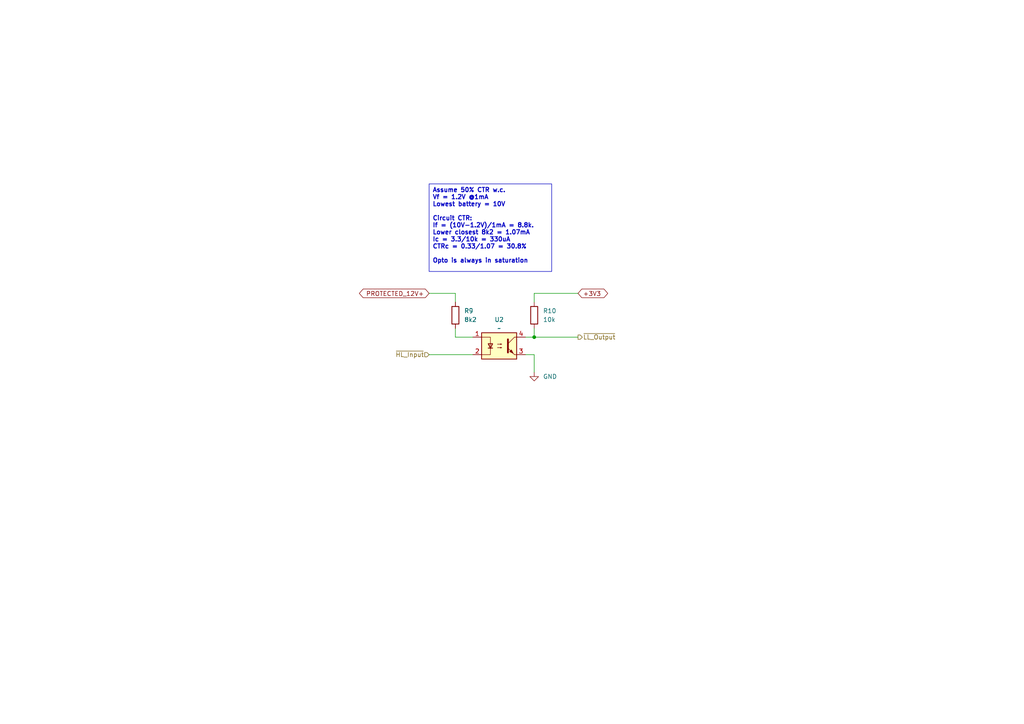
<source format=kicad_sch>
(kicad_sch (version 20250114) (generator "eeschema") (generator_version "9.0")
  (paper "A4")
  (title_block (title "VXDash RemoteECU") (date "2025-08-08") (rev "Proto A") (company "Alex Miller & Martin Roger") (comment 1 "https://github.com/martinroger/VXDash") (comment 2 "https://cadlab.io/projects/vxdash"))
  (lib_symbols
    (symbol "Isolator:SFH617A-2X009T"
      (property "Reference" "U" (at -3.81 5.08 0))
      (property "Value" "SFH617A-2X009T" (at 0 -5.08 0))
      (symbol "SFH617A-2X009T_1_1"
        (rectangle (start -5.08 3.81) (end 5.08 -3.81) (stroke (width 0.254)) (fill (type background)))
        (polyline (pts (xy -5.08 2.54) (xy -2.54 2.54) (xy -2.54 -0.762)))
        (polyline (pts (xy -3.175 -0.635) (xy -1.905 -0.635)) (stroke (width 0.254)))
        (polyline (pts (xy -2.54 -0.635) (xy -2.54 -2.54) (xy -5.08 -2.54)))
        (polyline (pts (xy -2.54 -0.635) (xy -3.175 0.635) (xy -1.905 0.635) (xy -2.54 -0.635)) (stroke (width 0.254)))
        (polyline (pts (xy -0.508 0.508) (xy 0.762 0.508) (xy 0.381 0.381) (xy 0.381 0.635) (xy 0.762 0.508)))
        (polyline (pts (xy -0.508 -0.508) (xy 0.762 -0.508) (xy 0.381 -0.635) (xy 0.381 -0.381) (xy 0.762 -0.508)))
        (polyline (pts (xy 2.54 1.905) (xy 2.54 -1.905) (xy 2.54 -1.905)) (stroke (width 0.508)))
        (polyline (pts (xy 2.54 0.635) (xy 4.445 2.54)))
        (polyline (pts (xy 3.048 -1.651) (xy 3.556 -1.143) (xy 4.064 -2.159) (xy 3.048 -1.651) (xy 3.048 -1.651)) (fill (type outline)))
        (polyline (pts (xy 4.445 2.54) (xy 5.08 2.54)))
        (polyline (pts (xy 4.445 -2.54) (xy 2.54 -0.635)) (fill (type outline)))
        (polyline (pts (xy 4.445 -2.54) (xy 5.08 -2.54)))
        (pin passive line (at -7.62 2.54 0) (length 2.54) (name "~") (number "1"))
        (pin passive line (at -7.62 -2.54 0) (length 2.54) (name "~") (number "2"))
        (pin passive line (at 7.62 2.54 180) (length 2.54) (name "~") (number "4"))
        (pin passive line (at 7.62 -2.54 180) (length 2.54) (name "~") (number "3"))
      )
    )
    (symbol "VXDash_passives:Res" (pin_numbers (hide yes)) (pin_names (offset 0))
      (property "Reference" "R" (at 1.27 1.27 0))
      (property "Value" "Res" (at 1.27 -1.27 0))
      (symbol "Res_0_1"
        (rectangle (start -1.016 -2.54) (end 1.016 2.54) (stroke (width 0.254)))
      )
      (symbol "Res_1_1"
        (pin passive line (at 0 3.81 270) (length 1.27) (name "~") (number "1"))
        (pin passive line (at 0 -3.81 90) (length 1.27) (name "~") (number "2"))
      )
    )
    (symbol "power:GND" (power) (pin_numbers (hide yes)) (pin_names (offset 0) (hide yes))
      (property "Value" "GND" (at 0 -3.81 0))
      (symbol "GND_0_1"
        (polyline (pts (xy 0 0) (xy 0 -1.27) (xy 1.27 -1.27) (xy 0 -2.54) (xy -1.27 -1.27) (xy 0 -1.27)))
      )
      (symbol "GND_1_1"
        (pin power_in line (at 0 0 270) (length 0) (name "~") (number "1"))
      )
    )
  )
  (text_box "Assume 50% CTR w.c.\nVf = 1.2V @1mA\nLowest battery = 10V\n\nCircuit CTR:\nIf = (10V-1.2V)/1mA = 8.8k. \nLower closest 8k2 = 1.07mA\nIc = 3.3/10k = 330uA\nCTRc = 0.33/1.07 = 30.8%\n\nOpto is always in saturation\n" (at 124.46 53.34 0) (size 35.56 25.4) (margins 0.9525 0.9525 0.9525 0.9525) (effects (font (size 1.27 1.27) (bold yes)) (justify left top)))
  (junction (at 154.94 97.79))
  (wire (pts (xy 132.08 97.79) (xy 137.16 97.79)))
  (wire (pts (xy 154.94 85.09) (xy 154.94 87.63)))
  (wire (pts (xy 154.94 107.95) (xy 154.94 102.87)))
  (wire (pts (xy 154.94 102.87) (xy 152.4 102.87)))
  (wire (pts (xy 132.08 85.09) (xy 132.08 87.63)))
  (wire (pts (xy 154.94 97.79) (xy 167.64 97.79)))
  (wire (pts (xy 152.4 97.79) (xy 154.94 97.79)))
  (wire (pts (xy 124.46 85.09) (xy 132.08 85.09)))
  (wire (pts (xy 154.94 97.79) (xy 154.94 95.25)))
  (wire (pts (xy 132.08 95.25) (xy 132.08 97.79)))
  (wire (pts (xy 124.46 102.87) (xy 137.16 102.87)))
  (wire (pts (xy 154.94 85.09) (xy 167.64 85.09)))
  (global_label "+3V3" (shape bidirectional) (at 167.64 85.09 0) (property "Intersheetrefs" "${INTERSHEET_REFS}" (effects (hide yes))))
  (global_label "PROTECTED_12V+" (shape bidirectional) (at 124.46 85.09 180) (property "Intersheetrefs" "${INTERSHEET_REFS}" (effects (hide yes))))
  (hierarchical_label "~{HL_Input}" (shape input) (at 124.46 102.87 180))
  (hierarchical_label "~{LL_Output}" (shape output) (at 167.64 97.79 0))
  (symbol (lib_id "VXDash_passives:Res") (at 154.94 91.44 0) (unit 1)
    (property "Reference" "R10" (at 157.48 90.1699 0) (effects (justify left)))
    (property "Value" "10k" (at 157.48 92.7099 0) (effects (justify left)))
    (property "Footprint" "Resistor_SMD:R_0805_2012Metric_Pad1.20x1.40mm_HandSolder" (effects (hide yes)))
    (property "Tol" "1%" (effects (hide yes)))
    (property "Power" "100mW" (effects (hide yes)))
  )
  (symbol (lib_id "VXDash_passives:Res") (at 132.08 91.44 0) (unit 1)
    (property "Reference" "R9" (at 134.62 90.1699 0) (effects (justify left)))
    (property "Value" "8k2" (at 134.62 92.7099 0) (effects (justify left)))
    (property "Footprint" "Resistor_SMD:R_0805_2012Metric_Pad1.20x1.40mm_HandSolder" (effects (hide yes)))
    (property "Tol" "1%" (effects (hide yes)))
    (property "Power" "100mW" (effects (hide yes)))
  )
  (symbol (lib_id "power:GND") (at 154.94 107.95 0) (unit 1)
    (property "Reference" "#PWR014" (effects (hide yes)))
    (property "Value" "GND" (at 157.48 109.2199 0) (effects (justify left)))
    (property "Description" "Power symbol creates a global label with name \"GND\" , ground" (effects (hide yes)))
  )
  (symbol (lib_id "Isolator:SFH617A-2X009T") (at 144.78 100.33 0) (unit 1)
    (property "Reference" "U2" (at 144.78 92.71 0))
    (property "Value" "~" (at 144.78 95.25 0))
    (property "Footprint" "Package_DIP:SMDIP-4_W7.62mm" (effects (hide yes)))
    (property "Datasheet" "https://www.diodes.com/assets/Datasheets/DPC817-Series.pdf" (effects (hide yes)))
    (property "Description" "Optocoupler 5kV" (effects (hide yes)))
  )
)
</source>
